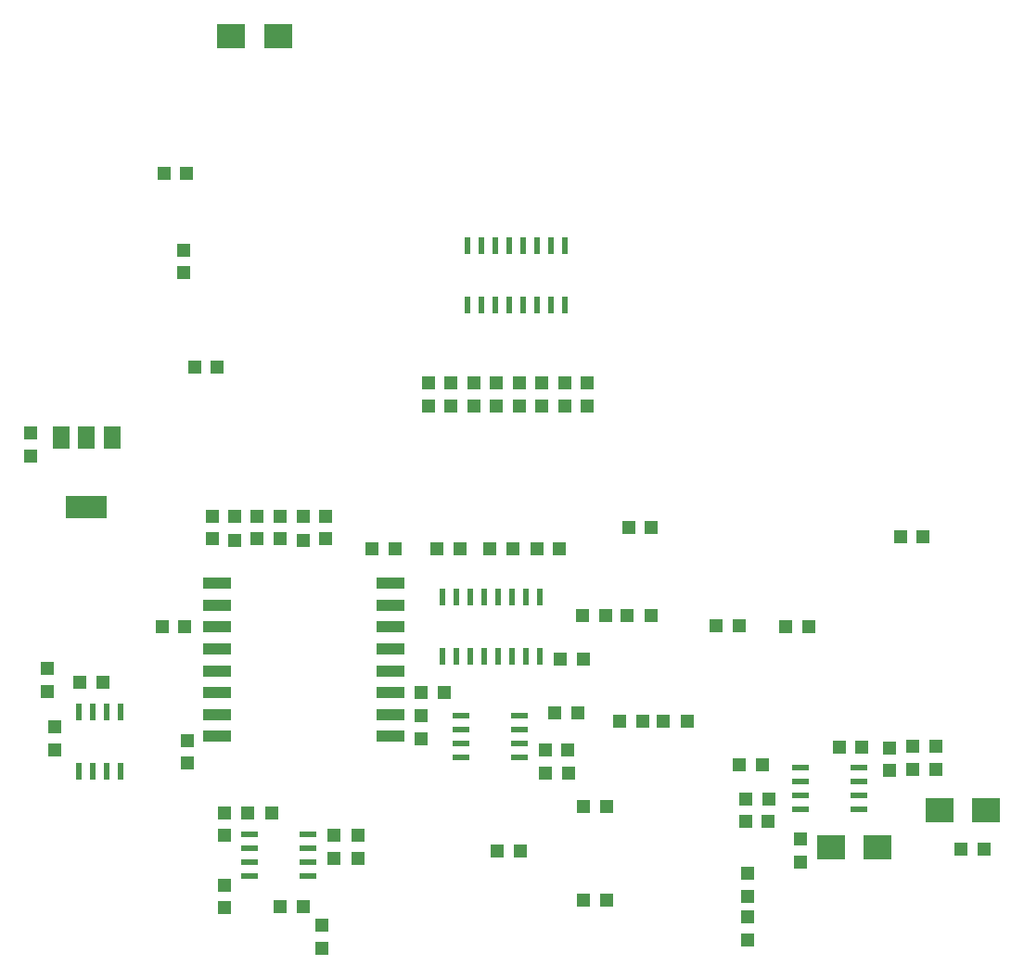
<source format=gbr>
%TF.GenerationSoftware,KiCad,Pcbnew,(5.1.10)-1*%
%TF.CreationDate,2022-03-13T22:52:12+08:00*%
%TF.ProjectId,interface,696e7465-7266-4616-9365-2e6b69636164,rev?*%
%TF.SameCoordinates,Original*%
%TF.FileFunction,Paste,Top*%
%TF.FilePolarity,Positive*%
%FSLAX46Y46*%
G04 Gerber Fmt 4.6, Leading zero omitted, Abs format (unit mm)*
G04 Created by KiCad (PCBNEW (5.1.10)-1) date 2022-03-13 22:52:12*
%MOMM*%
%LPD*%
G01*
G04 APERTURE LIST*
%ADD10R,0.600000X1.550000*%
%ADD11R,1.200000X1.200000*%
%ADD12R,2.500000X2.300000*%
%ADD13R,1.550000X0.600000*%
%ADD14R,2.600000X1.100000*%
%ADD15R,0.600000X1.500000*%
%ADD16R,3.800000X2.000000*%
%ADD17R,1.500000X2.000000*%
G04 APERTURE END LIST*
D10*
%TO.C,U14*%
X12849560Y17582200D03*
X14119560Y17582200D03*
X15389560Y17582200D03*
X16659560Y17582200D03*
X16659560Y22982200D03*
X15389560Y22982200D03*
X14119560Y22982200D03*
X12849560Y22982200D03*
%TD*%
D11*
%TO.C,R33*%
X73842680Y6164880D03*
X73842680Y8264880D03*
%TD*%
%TO.C,R46*%
X73842680Y2159880D03*
X73842680Y4259880D03*
%TD*%
%TO.C,F3*%
X93332680Y10482880D03*
X95432680Y10482880D03*
%TD*%
%TO.C,F2*%
X78668680Y9271880D03*
X78668680Y11371880D03*
%TD*%
%TO.C,R45*%
X46211000Y24778000D03*
X44111000Y24778000D03*
%TD*%
D12*
%TO.C,D9*%
X91368680Y14038880D03*
X95668680Y14038880D03*
%TD*%
D11*
%TO.C,C20*%
X73698480Y15004080D03*
X75798480Y15004080D03*
%TD*%
D13*
%TO.C,U19*%
X78666160Y17864120D03*
X78666160Y16594120D03*
X78666160Y15324120D03*
X78666160Y14054120D03*
X84066160Y14054120D03*
X84066160Y15324120D03*
X84066160Y16594120D03*
X84066160Y17864120D03*
%TD*%
D12*
%TO.C,D8*%
X81462680Y10609880D03*
X85762680Y10609880D03*
%TD*%
%TO.C,D2*%
X26722000Y84722000D03*
X31022000Y84722000D03*
%TD*%
D13*
%TO.C,U17*%
X28369080Y11788440D03*
X28369080Y10518440D03*
X28369080Y9248440D03*
X28369080Y7978440D03*
X33769080Y7978440D03*
X33769080Y9248440D03*
X33769080Y10518440D03*
X33769080Y11788440D03*
%TD*%
%TO.C,U13*%
X47668000Y22619000D03*
X47668000Y21349000D03*
X47668000Y20079000D03*
X47668000Y18809000D03*
X53068000Y18809000D03*
X53068000Y20079000D03*
X53068000Y21349000D03*
X53068000Y22619000D03*
%TD*%
D14*
%TO.C,U12*%
X25485160Y20734560D03*
X41235160Y20734560D03*
X25485160Y22734560D03*
X41235160Y22734560D03*
X25485160Y24734560D03*
X41235160Y24734560D03*
X25485160Y26734560D03*
X41235160Y26734560D03*
X25485160Y28734560D03*
X41235160Y28734560D03*
X25485160Y30734560D03*
X41235160Y30734560D03*
X25485160Y32734560D03*
X41235160Y32734560D03*
X25485160Y34734560D03*
X41235160Y34734560D03*
%TD*%
D15*
%TO.C,U11*%
X54895000Y33450000D03*
X53625000Y33450000D03*
X52355000Y33450000D03*
X51085000Y33450000D03*
X49815000Y33450000D03*
X48545000Y33450000D03*
X47275000Y33450000D03*
X46005000Y33450000D03*
X46005000Y28050000D03*
X47275000Y28050000D03*
X48545000Y28050000D03*
X49815000Y28050000D03*
X51085000Y28050000D03*
X52355000Y28050000D03*
X53625000Y28050000D03*
X54895000Y28050000D03*
%TD*%
D16*
%TO.C,U5*%
X13538000Y41694000D03*
D17*
X13538000Y47994000D03*
X11238000Y47994000D03*
X15838000Y47994000D03*
%TD*%
D15*
%TO.C,U4*%
X48341080Y60178000D03*
X49611080Y60178000D03*
X50881080Y60178000D03*
X52151080Y60178000D03*
X53421080Y60178000D03*
X54691080Y60178000D03*
X55961080Y60178000D03*
X57231080Y60178000D03*
X57231080Y65578000D03*
X55961080Y65578000D03*
X54691080Y65578000D03*
X53421080Y65578000D03*
X52151080Y65578000D03*
X50881080Y65578000D03*
X49611080Y65578000D03*
X48341080Y65578000D03*
%TD*%
D11*
%TO.C,R44*%
X73673800Y12962400D03*
X75773800Y12962400D03*
%TD*%
%TO.C,R43*%
X58909040Y14343680D03*
X61009040Y14343680D03*
%TD*%
%TO.C,R42*%
X91072480Y17734580D03*
X88972480Y17734580D03*
%TD*%
%TO.C,R41*%
X75231480Y18179080D03*
X73131480Y18179080D03*
%TD*%
%TO.C,R40*%
X86847480Y17607580D03*
X86847480Y19707580D03*
%TD*%
%TO.C,R39*%
X77381480Y30752080D03*
X79481480Y30752080D03*
%TD*%
%TO.C,R38*%
X35031480Y3499840D03*
X35031480Y1399840D03*
%TD*%
%TO.C,R37*%
X31201160Y5230160D03*
X33301160Y5230160D03*
%TD*%
%TO.C,R36*%
X26121160Y5080880D03*
X26121160Y7180880D03*
%TD*%
%TO.C,R35*%
X88942980Y19830080D03*
X91042980Y19830080D03*
%TD*%
%TO.C,R34*%
X26121160Y11684880D03*
X26121160Y13784880D03*
%TD*%
%TO.C,R32*%
X58909040Y5794040D03*
X61009040Y5794040D03*
%TD*%
%TO.C,R31*%
X9987080Y24833880D03*
X9987080Y26933880D03*
%TD*%
%TO.C,R29*%
X10617000Y19503000D03*
X10617000Y21603000D03*
%TD*%
%TO.C,R26*%
X44104360Y20526040D03*
X44104360Y22626040D03*
%TD*%
%TO.C,R25*%
X55410480Y17406920D03*
X57510480Y17406920D03*
%TD*%
%TO.C,R24*%
X55380000Y19530360D03*
X57480000Y19530360D03*
%TD*%
%TO.C,R23*%
X57183906Y53036480D03*
X57183906Y50936480D03*
%TD*%
%TO.C,R22*%
X54619960Y37914880D03*
X56719960Y37914880D03*
%TD*%
%TO.C,R21*%
X59263080Y50936480D03*
X59263080Y53036480D03*
%TD*%
%TO.C,R20*%
X53025564Y53036480D03*
X53025564Y50936480D03*
%TD*%
%TO.C,R19*%
X31233160Y38769880D03*
X31233160Y40869880D03*
%TD*%
%TO.C,R18*%
X29106680Y38769880D03*
X29106680Y40869880D03*
%TD*%
%TO.C,R17*%
X50376200Y37914880D03*
X52476200Y37914880D03*
%TD*%
%TO.C,R16*%
X20419440Y30721600D03*
X22519440Y30721600D03*
%TD*%
%TO.C,R15*%
X55104735Y50936480D03*
X55104735Y53036480D03*
%TD*%
%TO.C,R14*%
X35326120Y38769880D03*
X35326120Y40869880D03*
%TD*%
%TO.C,R13*%
X25013720Y38769880D03*
X25013720Y40869880D03*
%TD*%
%TO.C,R12*%
X50946393Y53036480D03*
X50946393Y50936480D03*
%TD*%
%TO.C,R11*%
X47624800Y37914880D03*
X45524800Y37914880D03*
%TD*%
%TO.C,R10*%
X62209480Y22126240D03*
X64309480Y22126240D03*
%TD*%
%TO.C,R9*%
X48867222Y50936480D03*
X48867222Y53036480D03*
%TD*%
%TO.C,R8*%
X58834400Y31798560D03*
X60934400Y31798560D03*
%TD*%
%TO.C,R7*%
X46788051Y53036480D03*
X46788051Y50936480D03*
%TD*%
%TO.C,R6*%
X41710120Y37914880D03*
X39610120Y37914880D03*
%TD*%
%TO.C,R5*%
X53100000Y10300000D03*
X51000000Y10300000D03*
%TD*%
%TO.C,R4*%
X44708880Y50936480D03*
X44708880Y53036480D03*
%TD*%
%TO.C,R3*%
X38277600Y9625920D03*
X38277600Y11725920D03*
%TD*%
%TO.C,D7*%
X28229360Y13723920D03*
X30429360Y13723920D03*
%TD*%
%TO.C,D6*%
X33279640Y40869880D03*
X33279640Y38669880D03*
%TD*%
%TO.C,D5*%
X27060200Y40869880D03*
X27060200Y38669880D03*
%TD*%
%TO.C,D4*%
X68346480Y22151640D03*
X66146480Y22151640D03*
%TD*%
%TO.C,D3*%
X65029240Y31742680D03*
X62829240Y31742680D03*
%TD*%
%TO.C,C19*%
X73131480Y30879080D03*
X71031480Y30879080D03*
%TD*%
%TO.C,C18*%
X84322720Y19728480D03*
X82222720Y19728480D03*
%TD*%
%TO.C,C17*%
X36093200Y11719280D03*
X36093200Y9619280D03*
%TD*%
%TO.C,C16*%
X12904560Y25677160D03*
X15004560Y25677160D03*
%TD*%
%TO.C,C15*%
X58391280Y22928880D03*
X56291280Y22928880D03*
%TD*%
%TO.C,C14*%
X22692160Y20383800D03*
X22692160Y18283800D03*
%TD*%
%TO.C,C13*%
X58907480Y27831080D03*
X56807480Y27831080D03*
%TD*%
%TO.C,C10*%
X87814240Y38961360D03*
X89914240Y38961360D03*
%TD*%
%TO.C,C8*%
X65103520Y39840200D03*
X63003520Y39840200D03*
%TD*%
%TO.C,C7*%
X22428000Y63068500D03*
X22428000Y65168500D03*
%TD*%
%TO.C,C6*%
X22686500Y72149000D03*
X20586500Y72149000D03*
%TD*%
%TO.C,C3*%
X8458000Y48434000D03*
X8458000Y46334000D03*
%TD*%
%TO.C,C1*%
X23376000Y54496000D03*
X25476000Y54496000D03*
%TD*%
M02*

</source>
